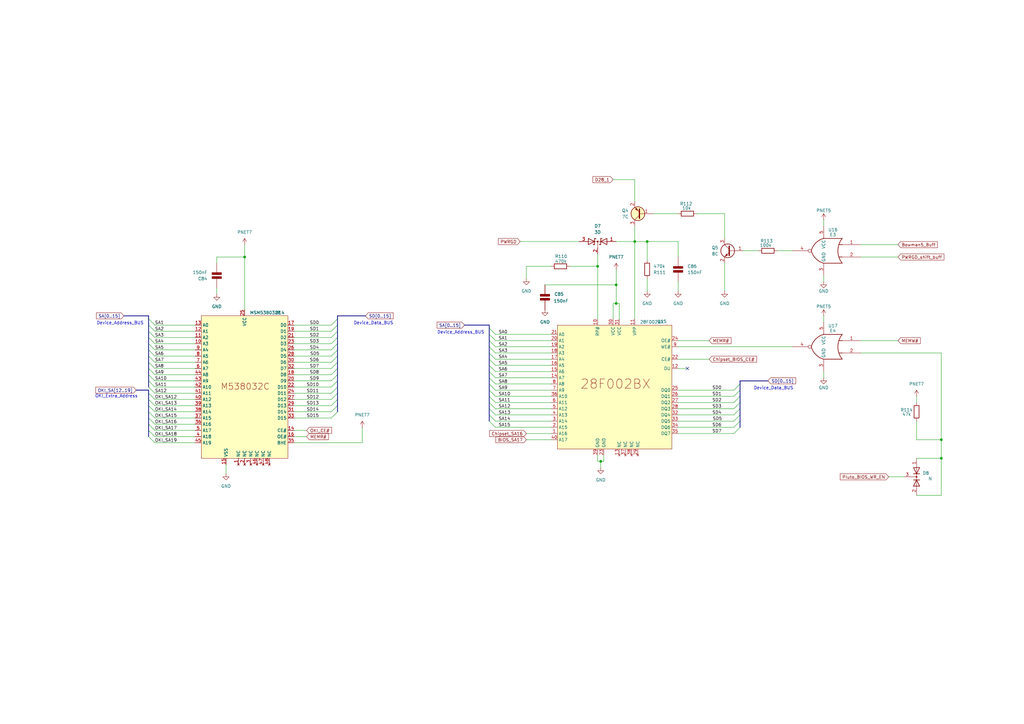
<source format=kicad_sch>
(kicad_sch (version 20250114) (generator "eeschema") (generator_version "9.0")
  (paper "A3")
  (title_block (company "Recreated by: Ahmad Byagowi"))
  (lib_symbols
    (symbol "74xGxx:74AUP1G02"
      (property "Reference" "U" (at -2.54 3.81 0))
      (property "Value" "74AUP1G02" (at 0 -3.81 0))
      (symbol "74AUP1G02_0_1"
        (arc (start -7.62 5.08) (mid -5.838 0) (end -7.62 -5.08) (stroke (width 0.254)))
        (polyline (pts (xy -7.62 2.54) (xy -6.35 2.54)) (stroke (width 0.254)) (fill (type background)))
        (polyline (pts (xy -7.62 -2.54) (xy -6.35 -2.54)) (stroke (width 0.254)) (fill (type background)))
        (arc (start 5.08 0) (mid 3.202 -3.202) (end 0 -5.08) (stroke (width 0.254)))
        (arc (start 0 5.08) (mid 3.2271 3.2271) (end 5.08 0) (stroke (width 0.254)))
        (polyline (pts (xy 0 5.08) (xy -7.62 5.08)) (stroke (width 0.254)) (fill (type background)))
        (polyline (pts (xy 0 -5.08) (xy -7.62 -5.08)) (stroke (width 0.254)) (fill (type background)))
      )
      (symbol "74AUP1G02_1_1"
        (pin input line (at -15.24 2.54 0) (length 7.62) (name "~") (number "1"))
        (pin input line (at -15.24 -2.54 0) (length 7.62) (name "~") (number "2"))
        (pin power_in line (at 0 10.16 270) (length 5.08) (name "VCC") (number "5"))
        (pin power_in line (at 0 -10.16 90) (length 5.08) (name "GND") (number "3"))
        (pin output inverted (at 12.7 0 180) (length 7.62) (name "~") (number "4"))
      )
    )
    (symbol "Device:D_Schottky_Dual_CommonCathode_AKA" (pin_names (offset 0.762) (hide yes))
      (property "Reference" "D" (at 1.27 -2.54 0))
      (property "Value" "D_Schottky_Dual_CommonCathode_AKA" (at 0 2.54 0))
      (symbol "D_Schottky_Dual_CommonCathode_AKA_0_1"
        (polyline (pts (xy -3.81 1.27) (xy -1.27 0) (xy -3.81 -1.27) (xy -3.81 1.27) (xy -3.81 1.27) (xy -3.81 1.27)) (stroke (width 0.254)))
        (polyline (pts (xy -1.778 1.016) (xy -1.778 1.27) (xy -1.27 1.27) (xy -1.27 1.27) (xy -1.27 1.27)) (stroke (width 0.254)))
        (polyline (pts (xy -1.27 -1.27) (xy -1.27 1.27) (xy -1.27 1.27)) (stroke (width 0.254)))
        (polyline (pts (xy -1.27 -1.27) (xy -0.762 -1.27) (xy -0.762 -1.016) (xy -0.762 -1.016)) (stroke (width 0.254)))
        (polyline (pts (xy 0 0) (xy 0 -2.54)))
        (circle (center 0 0) (radius 0.254) (fill (type outline)))
        (polyline (pts (xy 1.27 1.27) (xy 0.762 1.27) (xy 0.762 1.016) (xy 0.762 1.016)) (stroke (width 0.254)))
        (polyline (pts (xy 1.27 -1.27) (xy 1.27 1.27) (xy 1.27 1.27)) (stroke (width 0.254)))
        (polyline (pts (xy 1.27 -1.27) (xy 1.778 -1.27) (xy 1.778 -1.016) (xy 1.778 -1.016)) (stroke (width 0.254)))
        (polyline (pts (xy 3.81 0) (xy -3.81 0)))
        (polyline (pts (xy 3.81 -1.27) (xy 1.27 0) (xy 3.81 1.27) (xy 3.81 -1.27) (xy 3.81 -1.27) (xy 3.81 -1.27)) (stroke (width 0.254)))
        (pin passive line (at -7.62 0 0) (length 3.81) (name "A") (number "1"))
        (pin passive line (at 0 -5.08 90) (length 2.54) (name "K") (number "2"))
        (pin passive line (at 7.62 0 180) (length 3.81) (name "A") (number "3"))
      )
    )
    (symbol "Device:R" (pin_numbers (hide yes)) (pin_names (offset 0))
      (property "Reference" "R" (at 2.032 0 90))
      (property "Value" "R" (at 0 0 90))
      (symbol "R_0_1"
        (rectangle (start -1.016 -2.54) (end 1.016 2.54) (stroke (width 0.254)))
      )
      (symbol "R_1_1"
        (pin passive line (at 0 3.81 270) (length 1.27) (name "~") (number "1"))
        (pin passive line (at 0 -3.81 90) (length 1.27) (name "~") (number "2"))
      )
    )
    (symbol "PC110:28F002BX"
      (property "Reference" "U" (at -23.114 -27.686 0))
      (symbol "28F002BX_1_1"
        (rectangle (start -24.13 24.13) (end 22.86 -26.67) (fill (type color) (color 255 255 194 1)))
        (text "28F002BX" (at -0.254 0 0) (effects (font (size 3.81 3.81))))
        (pin input line (at -26.67 20.32 0) (length 2.54) (name "A0") (number "21"))
        (pin input line (at -26.67 17.78 0) (length 2.54) (name "A1") (number "20"))
        (pin input line (at -26.67 15.24 0) (length 2.54) (name "A2") (number "19"))
        (pin input line (at -26.67 12.7 0) (length 2.54) (name "A3") (number "18"))
        (pin input line (at -26.67 10.16 0) (length 2.54) (name "A4") (number "17"))
        (pin input line (at -26.67 7.62 0) (length 2.54) (name "A5") (number "16"))
        (pin input line (at -26.67 5.08 0) (length 2.54) (name "A6") (number "15"))
        (pin input line (at -26.67 2.54 0) (length 2.54) (name "A7") (number "14"))
        (pin input line (at -26.67 0 0) (length 2.54) (name "A8") (number "8"))
        (pin input line (at -26.67 -2.54 0) (length 2.54) (name "A9") (number "7"))
        (pin input line (at -26.67 -5.08 0) (length 2.54) (name "A10") (number "36"))
        (pin input line (at -26.67 -7.62 0) (length 2.54) (name "A11") (number "6"))
        (pin input line (at -26.67 -10.16 0) (length 2.54) (name "A12") (number "5"))
        (pin input line (at -26.67 -12.7 0) (length 2.54) (name "A13") (number "4"))
        (pin input line (at -26.67 -15.24 0) (length 2.54) (name "A14") (number "3"))
        (pin input line (at -26.67 -17.78 0) (length 2.54) (name "A15") (number "2"))
        (pin input line (at -26.67 -20.32 0) (length 2.54) (name "A16") (number "1"))
        (pin input line (at -26.67 -22.86 0) (length 2.54) (name "A17") (number "40"))
        (pin input line (at -7.62 26.67 270) (length 2.54) (name "RP#") (number "10"))
        (pin power_in line (at -7.62 -29.21 90) (length 2.54) (name "GND") (number "39"))
        (pin power_in line (at -5.08 -29.21 90) (length 2.54) (name "GND") (number "23"))
        (pin power_in line (at -1.27 26.67 270) (length 2.54) (name "VCC") (number "30"))
        (pin power_in line (at 1.27 26.67 270) (length 2.54) (name "VCC") (number "31"))
        (pin no_connect line (at 1.27 -29.21 90) (length 2.54) (name "NC") (number "13"))
        (pin no_connect line (at 3.81 -29.21 90) (length 2.54) (name "NC") (number "37"))
        (pin no_connect line (at 6.35 -29.21 90) (length 2.54) (name "NC") (number "38"))
        (pin power_in line (at 7.62 26.67 270) (length 2.54) (name "VPP") (number "11"))
        (pin no_connect line (at 8.89 -29.21 90) (length 2.54) (name "NC") (number "29"))
        (pin input line (at 25.4 17.78 180) (length 2.54) (name "OE#") (number "24"))
        (pin input line (at 25.4 15.24 180) (length 2.54) (name "WE#") (number "9"))
        (pin input line (at 25.4 10.16 180) (length 2.54) (name "CE#") (number "22"))
        (pin input line (at 25.4 6.35 180) (length 2.54) (name "DU") (number "12"))
        (pin bidirectional line (at 25.4 -2.54 180) (length 2.54) (name "DQ0") (number "25"))
        (pin bidirectional line (at 25.4 -5.08 180) (length 2.54) (name "DQ1") (number "26"))
        (pin bidirectional line (at 25.4 -7.62 180) (length 2.54) (name "DQ2") (number "27"))
        (pin bidirectional line (at 25.4 -10.16 180) (length 2.54) (name "DQ3") (number "28"))
        (pin bidirectional line (at 25.4 -12.7 180) (length 2.54) (name "DQ4") (number "32"))
        (pin bidirectional line (at 25.4 -15.24 180) (length 2.54) (name "DQ5") (number "33"))
        (pin bidirectional line (at 25.4 -17.78 180) (length 2.54) (name "DQ6") (number "34"))
        (pin bidirectional line (at 25.4 -20.32 180) (length 2.54) (name "DQ7") (number "35"))
      )
    )
    (symbol "PC110:3D_Diode"
      (property "Reference" "D" (at 1.016 3.302 0))
      (symbol "3D_Diode_0_1"
        (polyline (pts (xy -3.81 1.27) (xy -1.27 0) (xy -3.81 -1.27) (xy -3.81 1.27) (xy -3.81 1.27) (xy -3.81 1.27)) (stroke (width 0.254)))
        (polyline (pts (xy -1.27 -1.27) (xy -1.27 1.27) (xy -1.27 1.27)) (stroke (width 0.254)))
        (polyline (pts (xy 0 0) (xy 0 -2.54)))
        (circle (center 0 0) (radius 0.254) (fill (type outline)))
        (polyline (pts (xy 1.27 -1.27) (xy 1.27 1.27) (xy 1.27 1.27)) (stroke (width 0.254)))
        (polyline (pts (xy 3.81 0) (xy -3.81 0)))
        (polyline (pts (xy 3.81 -1.27) (xy 1.27 0) (xy 3.81 1.27) (xy 3.81 -1.27) (xy 3.81 -1.27) (xy 3.81 -1.27)) (stroke (width 0.254)))
      )
      (symbol "3D_Diode_1_1"
        (pin passive line (at -7.62 0 0) (length 3.81) (name "") (number "1"))
        (pin passive line (at 0 -5.08 90) (length 2.54) (name "") (number "3"))
        (pin passive line (at 7.62 0 180) (length 3.81) (name "") (number "2"))
      )
    )
    (symbol "PC110:M538032C"
      (property "Reference" "U" (at 8.636 30.48 0))
      (symbol "M538032C_1_1"
        (rectangle (start -17.78 29.21) (end 17.78 -29.21) (fill (type color) (color 255 255 194 1)))
        (text "M538032C\n" (at 0.254 0.254 0) (effects (font (size 2.54 2.54))))
        (pin input line (at -20.32 25.4 0) (length 2.54) (name "A0") (number "13"))
        (pin input line (at -20.32 22.86 0) (length 2.54) (name "A1") (number "12"))
        (pin input line (at -20.32 20.32 0) (length 2.54) (name "A2") (number "11"))
        (pin input line (at -20.32 17.78 0) (length 2.54) (name "A3") (number "10"))
        (pin input line (at -20.32 15.24 0) (length 2.54) (name "A4") (number "9"))
        (pin input line (at -20.32 12.7 0) (length 2.54) (name "A5") (number "8"))
        (pin input line (at -20.32 10.16 0) (length 2.54) (name "A6") (number "7"))
        (pin input line (at -20.32 7.62 0) (length 2.54) (name "A7") (number "6"))
        (pin input line (at -20.32 5.08 0) (length 2.54) (name "A8") (number "44"))
        (pin input line (at -20.32 2.54 0) (length 2.54) (name "A9") (number "43"))
        (pin input line (at -20.32 0 0) (length 2.54) (name "A10") (number "42"))
        (pin input line (at -20.32 -2.54 0) (length 2.54) (name "A11") (number "41"))
        (pin input line (at -20.32 -5.08 0) (length 2.54) (name "A12") (number "40"))
        (pin input line (at -20.32 -7.62 0) (length 2.54) (name "A13") (number "39"))
        (pin input line (at -20.32 -10.16 0) (length 2.54) (name "A14") (number "38"))
        (pin input line (at -20.32 -12.7 0) (length 2.54) (name "A15") (number "37"))
        (pin input line (at -20.32 -15.24 0) (length 2.54) (name "A16") (number "36"))
        (pin input line (at -20.32 -17.78 0) (length 2.54) (name "A17") (number "5"))
        (pin input line (at -20.32 -20.32 0) (length 2.54) (name "A18") (number "4"))
        (pin input line (at -20.32 -22.86 0) (length 2.54) (name "A19") (number "45"))
        (pin power_in line (at -7.62 -31.75 90) (length 2.54) (name "VSS") (number "15"))
        (pin no_connect line (at -2.54 -31.75 90) (length 2.54) (name "NC") (number "1"))
        (pin power_in line (at 0 31.75 270) (length 2.54) (name "VCC") (number "25"))
        (pin no_connect line (at 0 -31.75 90) (length 2.54) (name "NC") (number "2"))
        (pin no_connect line (at 2.54 -31.75 90) (length 2.54) (name "NC") (number "3"))
        (pin no_connect line (at 5.08 -31.75 90) (length 2.54) (name "NC") (number "46"))
        (pin no_connect line (at 7.62 -31.75 90) (length 2.54) (name "NC") (number "47"))
        (pin no_connect line (at 10.16 -31.75 90) (length 2.54) (name "NC") (number "48"))
        (pin bidirectional line (at 20.32 25.4 180) (length 2.54) (name "D0") (number "17"))
        (pin bidirectional line (at 20.32 22.86 180) (length 2.54) (name "D1") (number "19"))
        (pin bidirectional line (at 20.32 20.32 180) (length 2.54) (name "D2") (number "21"))
        (pin bidirectional line (at 20.32 17.78 180) (length 2.54) (name "D3") (number "23"))
        (pin bidirectional line (at 20.32 15.24 180) (length 2.54) (name "D4") (number "26"))
        (pin bidirectional line (at 20.32 12.7 180) (length 2.54) (name "D5") (number "28"))
        (pin bidirectional line (at 20.32 10.16 180) (length 2.54) (name "D6") (number "30"))
        (pin bidirectional line (at 20.32 7.62 180) (length 2.54) (name "D7") (number "32"))
        (pin bidirectional line (at 20.32 5.08 180) (length 2.54) (name "D8") (number "18"))
        (pin bidirectional line (at 20.32 2.54 180) (length 2.54) (name "D9") (number "20"))
        (pin bidirectional line (at 20.32 0 180) (length 2.54) (name "D10") (number "22"))
        (pin bidirectional line (at 20.32 -2.54 180) (length 2.54) (name "D11") (number "24"))
        (pin bidirectional line (at 20.32 -5.08 180) (length 2.54) (name "D12") (number "27"))
        (pin bidirectional line (at 20.32 -7.62 180) (length 2.54) (name "D13") (number "29"))
        (pin bidirectional line (at 20.32 -10.16 180) (length 2.54) (name "D14") (number "31"))
        (pin bidirectional line (at 20.32 -12.7 180) (length 2.54) (name "D15") (number "33"))
        (pin input line (at 20.32 -17.78 180) (length 2.54) (name "CE#") (number "14"))
        (pin input line (at 20.32 -20.32 180) (length 2.54) (name "OE#") (number "16"))
        (pin input line (at 20.32 -22.86 180) (length 2.54) (name "BHE") (number "35"))
      )
    )
    (symbol "PCM_Elektuur:C" (pin_numbers (hide yes)) (pin_names (offset 0) (hide yes))
      (property "Reference" "C" (at 0.635 3.175 0))
      (property "Value" "C" (at 0.635 -3.175 0))
      (symbol "C_1_1"
        (rectangle (start -1.905 1.1938) (end 1.905 0.4318) (stroke (width 0.254)) (fill (type outline)))
        (rectangle (start -1.905 -0.4318) (end 1.905 -1.1938) (stroke (width 0.254)) (fill (type outline)))
        (pin passive line (at 0 5.08 270) (length 3.8862) (name "+") (number "1"))
        (pin passive line (at 0 -5.08 90) (length 3.8862) (name "-") (number "2"))
      )
      (symbol "C_1_2"
        (polyline (pts (xy -1.905 0.4318) (xy 1.905 0.4318) (xy 1.905 1.4986) (xy -1.905 1.4986) (xy -1.905 0.4318) (xy -1.8034 0.5334) (xy -1.8034 1.397) (xy 1.8034 1.397) (xy 1.8034 0.5334) (xy -1.8034 0.5334) (xy -1.905 0.4318)) (stroke (width 0.254)) (fill (type outline)))
        (polyline (pts (xy -1.905 -1.4986) (xy 1.905 -1.4986) (xy 1.905 -0.4318) (xy -1.905 -0.4318) (xy -1.905 -1.4986) (xy -1.8034 -1.397) (xy -1.8034 -0.5334) (xy 1.8034 -0.5334) (xy 1.8034 -1.397) (xy -1.8034 -1.397) (xy -1.905 -1.4986)) (stroke (width 0.254)) (fill (type outline)))
        (pin passive line (at 0 5.08 270) (length 3.5814) (name "+") (number "1"))
        (pin passive line (at 0 -5.08 90) (length 3.5814) (name "-") (number "2"))
      )
    )
    (symbol "PCM_Transistor_BJT_AKL:Q_PNP_Generic_BEC" (pin_names (hide yes))
      (property "Reference" "Q" (at 5.08 1.27 0))
      (property "Value" "Q_PNP_Generic_BEC" (at 5.08 -1.27 0))
      (symbol "Q_PNP_Generic_BEC_0_1"
        (polyline (pts (xy 0.635 0.635) (xy 2.54 2.54) (xy 2.54 2.54)))
        (polyline (pts (xy 0.635 -0.635) (xy 2.54 -2.54)))
        (polyline (pts (xy 0.635 -1.905) (xy 0.635 1.905) (xy 0.635 1.905)) (stroke (width 0.508)))
        (circle (center 1.27 0) (radius 2.8194) (stroke (width 0.254)) (fill (type background)))
        (polyline (pts (xy 2.286 1.778) (xy 1.778 2.286) (xy 1.27 1.27) (xy 2.286 1.778) (xy 2.286 1.778)) (fill (type outline)))
      )
      (symbol "Q_PNP_Generic_BEC_1_1"
        (pin input line (at -5.08 0 0) (length 5.715) (name "B") (number "1"))
        (pin passive line (at 2.54 5.08 270) (length 2.54) (name "E") (number "2"))
        (pin passive line (at 2.54 -5.08 90) (length 2.54) (name "C") (number "3"))
      )
    )
    (symbol "Transistor_BJT:MMBTA44" (pin_names (offset 0) (hide yes))
      (property "Reference" "Q" (at 5.08 1.905 0))
      (property "Value" "MMBTA44" (at 5.08 0 0))
      (symbol "MMBTA44_0_1"
        (polyline (pts (xy -2.54 0) (xy 0.635 0)))
        (polyline (pts (xy 0.635 1.905) (xy 0.635 -1.905)) (stroke (width 0.508)))
        (circle (center 1.27 0) (radius 2.8194) (stroke (width 0.254)))
      )
      (symbol "MMBTA44_1_1"
        (polyline (pts (xy 0.635 0.635) (xy 2.54 2.54)))
        (polyline (pts (xy 0.635 -0.635) (xy 2.54 -2.54)))
        (polyline (pts (xy 1.27 -1.778) (xy 1.778 -1.27) (xy 2.286 -2.286) (xy 1.27 -1.778)) (fill (type outline)))
        (pin input line (at -5.08 0 0) (length 2.54) (name "B") (number "1"))
        (pin passive line (at 2.54 5.08 270) (length 2.54) (name "C") (number "3"))
        (pin passive line (at 2.54 -5.08 90) (length 2.54) (name "E") (number "2"))
      )
    )
    (symbol "power:GND" (power) (pin_numbers (hide yes)) (pin_names (offset 0) (hide yes))
      (property "Value" "GND" (at 0 -3.81 0))
      (symbol "GND_0_1"
        (polyline (pts (xy 0 0) (xy 0 -1.27) (xy 1.27 -1.27) (xy 0 -2.54) (xy -1.27 -1.27) (xy 0 -1.27)))
      )
      (symbol "GND_1_1"
        (pin power_in line (at 0 0 270) (length 0) (name "~") (number "1"))
      )
    )
    (symbol "power:VCC" (power) (pin_numbers (hide yes)) (pin_names (offset 0) (hide yes))
      (property "Value" "VCC" (at 0 3.556 0))
      (symbol "VCC_0_1"
        (polyline (pts (xy -0.762 1.27) (xy 0 2.54)))
        (polyline (pts (xy 0 2.54) (xy 0.762 1.27)))
        (polyline (pts (xy 0 0) (xy 0 2.54)))
      )
      (symbol "VCC_1_1"
        (pin power_in line (at 0 0 90) (length 0) (name "~") (number "1"))
      )
    )
  )
  (text "Device_Data_BUS" (at 153.162 132.588 0) (effects (font (size 1.27 1.27))))
  (text "Device_Address_BUS" (at 188.976 136.398 0) (effects (font (size 1.27 1.27))))
  (text "Device_Data_BUS" (at 317.246 159.258 0) (effects (font (size 1.27 1.27))))
  (text "Device_Address_BUS" (at 49.276 132.588 0) (effects (font (size 1.27 1.27))))
  (text "OKI_Extra_Address" (at 47.752 162.56 0) (effects (font (size 1.27 1.27))))
  (junction (at 246.38 189.23))
  (junction (at 260.35 99.06))
  (junction (at 265.43 99.06))
  (junction (at 252.73 124.46))
  (junction (at 100.33 105.41))
  (junction (at 252.73 116.84))
  (junction (at 386.08 180.34))
  (junction (at 245.11 109.22))
  (junction (at 386.08 187.96))
  (no_connect (at 281.94 151.13))
  (bus_entry (at 60.96 166.37) (size 2.54 2.54))
  (bus_entry (at 60.96 168.91) (size 2.54 2.54))
  (bus_entry (at 303.53 165.1) (size -2.54 2.54))
  (bus_entry (at 138.43 135.89) (size -2.54 2.54))
  (bus_entry (at 60.96 158.75) (size 2.54 2.54))
  (bus_entry (at 138.43 153.67) (size -2.54 2.54))
  (bus_entry (at 60.96 135.89) (size 2.54 2.54))
  (bus_entry (at 138.43 151.13) (size -2.54 2.54))
  (bus_entry (at 200.66 137.16) (size 2.54 2.54))
  (bus_entry (at 138.43 168.91) (size -2.54 2.54))
  (bus_entry (at 200.66 162.56) (size 2.54 2.54))
  (bus_entry (at 60.96 156.21) (size 2.54 2.54))
  (bus_entry (at 138.43 140.97) (size -2.54 2.54))
  (bus_entry (at 200.66 157.48) (size 2.54 2.54))
  (bus_entry (at 60.96 148.59) (size 2.54 2.54))
  (bus_entry (at 60.96 146.05) (size 2.54 2.54))
  (bus_entry (at 200.66 152.4) (size 2.54 2.54))
  (bus_entry (at 303.53 172.72) (size -2.54 2.54))
  (bus_entry (at 60.96 151.13) (size 2.54 2.54))
  (bus_entry (at 200.66 142.24) (size 2.54 2.54))
  (bus_entry (at 60.96 143.51) (size 2.54 2.54))
  (bus_entry (at 303.53 170.18) (size -2.54 2.54))
  (bus_entry (at 303.53 167.64) (size -2.54 2.54))
  (bus_entry (at 200.66 154.94) (size 2.54 2.54))
  (bus_entry (at 138.43 163.83) (size -2.54 2.54))
  (bus_entry (at 138.43 146.05) (size -2.54 2.54))
  (bus_entry (at 60.96 140.97) (size 2.54 2.54))
  (bus_entry (at 60.96 176.53) (size 2.54 2.54))
  (bus_entry (at 303.53 175.26) (size -2.54 2.54))
  (bus_entry (at 200.66 165.1) (size 2.54 2.54))
  (bus_entry (at 138.43 156.21) (size -2.54 2.54))
  (bus_entry (at 200.66 149.86) (size 2.54 2.54))
  (bus_entry (at 60.96 133.35) (size 2.54 2.54))
  (bus_entry (at 138.43 148.59) (size -2.54 2.54))
  (bus_entry (at 138.43 133.35) (size -2.54 2.54))
  (bus_entry (at 138.43 143.51) (size -2.54 2.54))
  (bus_entry (at 303.53 160.02) (size -2.54 2.54))
  (bus_entry (at 60.96 138.43) (size 2.54 2.54))
  (bus_entry (at 200.66 160.02) (size 2.54 2.54))
  (bus_entry (at 138.43 130.81) (size -2.54 2.54))
  (bus_entry (at 60.96 179.07) (size 2.54 2.54))
  (bus_entry (at 138.43 138.43) (size -2.54 2.54))
  (bus_entry (at 303.53 162.56) (size -2.54 2.54))
  (bus_entry (at 200.66 170.18) (size 2.54 2.54))
  (bus_entry (at 60.96 171.45) (size 2.54 2.54))
  (bus_entry (at 200.66 167.64) (size 2.54 2.54))
  (bus_entry (at 200.66 147.32) (size 2.54 2.54))
  (bus_entry (at 200.66 172.72) (size 2.54 2.54))
  (bus_entry (at 138.43 158.75) (size -2.54 2.54))
  (bus_entry (at 138.43 166.37) (size -2.54 2.54))
  (bus_entry (at 138.43 161.29) (size -2.54 2.54))
  (bus_entry (at 200.66 139.7) (size 2.54 2.54))
  (bus_entry (at 60.96 130.81) (size 2.54 2.54))
  (bus_entry (at 200.66 134.62) (size 2.54 2.54))
  (bus_entry (at 60.96 173.99) (size 2.54 2.54))
  (bus_entry (at 60.96 161.29) (size 2.54 2.54))
  (bus_entry (at 60.96 153.67) (size 2.54 2.54))
  (bus_entry (at 303.53 157.48) (size -2.54 2.54))
  (bus_entry (at 200.66 144.78) (size 2.54 2.54))
  (bus_entry (at 60.96 163.83) (size 2.54 2.54))
  (wire (pts (xy 215.9 177.8) (xy 226.06 177.8)))
  (wire (pts (xy 203.2 165.1) (xy 226.06 165.1)))
  (bus (pts (xy 60.96 133.35) (xy 60.96 130.81)))
  (wire (pts (xy 247.65 186.69) (xy 247.65 189.23)))
  (wire (pts (xy 63.5 163.83) (xy 80.01 163.83)))
  (bus (pts (xy 200.66 157.48) (xy 200.66 154.94)))
  (wire (pts (xy 215.9 114.3) (xy 215.9 109.22)))
  (wire (pts (xy 120.65 138.43) (xy 135.89 138.43)))
  (wire (pts (xy 120.65 181.61) (xy 148.59 181.61)))
  (bus (pts (xy 200.66 162.56) (xy 200.66 160.02)))
  (bus (pts (xy 138.43 161.29) (xy 138.43 163.83)))
  (wire (pts (xy 233.68 109.22) (xy 245.11 109.22)))
  (wire (pts (xy 203.2 154.94) (xy 226.06 154.94)))
  (wire (pts (xy 260.35 99.06) (xy 260.35 130.81)))
  (bus (pts (xy 60.96 153.67) (xy 60.96 151.13)))
  (wire (pts (xy 120.65 156.21) (xy 135.89 156.21)))
  (wire (pts (xy 386.08 144.78) (xy 386.08 180.34)))
  (bus (pts (xy 60.96 143.51) (xy 60.96 140.97)))
  (wire (pts (xy 285.75 87.63) (xy 297.18 87.63)))
  (bus (pts (xy 314.96 156.21) (xy 303.53 156.21)))
  (wire (pts (xy 213.36 99.06) (xy 237.49 99.06)))
  (bus (pts (xy 60.96 161.29) (xy 60.96 160.02)))
  (wire (pts (xy 63.5 179.07) (xy 80.01 179.07)))
  (bus (pts (xy 138.43 135.89) (xy 138.43 138.43)))
  (bus (pts (xy 138.43 151.13) (xy 138.43 153.67)))
  (bus (pts (xy 60.96 179.07) (xy 60.96 176.53)))
  (bus (pts (xy 60.96 163.83) (xy 60.96 161.29)))
  (bus (pts (xy 138.43 148.59) (xy 138.43 151.13)))
  (wire (pts (xy 278.13 105.41) (xy 278.13 99.06)))
  (wire (pts (xy 370.84 195.58) (xy 364.49 195.58)))
  (bus (pts (xy 60.96 156.21) (xy 60.96 153.67)))
  (wire (pts (xy 63.5 138.43) (xy 80.01 138.43)))
  (wire (pts (xy 215.9 109.22) (xy 226.06 109.22)))
  (wire (pts (xy 63.5 146.05) (xy 80.01 146.05)))
  (bus (pts (xy 200.66 139.7) (xy 200.66 137.16)))
  (wire (pts (xy 120.65 143.51) (xy 135.89 143.51)))
  (wire (pts (xy 120.65 146.05) (xy 135.89 146.05)))
  (bus (pts (xy 60.96 135.89) (xy 60.96 133.35)))
  (wire (pts (xy 375.92 172.72) (xy 375.92 180.34)))
  (bus (pts (xy 138.43 133.35) (xy 138.43 135.89)))
  (wire (pts (xy 203.2 152.4) (xy 226.06 152.4)))
  (wire (pts (xy 63.5 153.67) (xy 80.01 153.67)))
  (wire (pts (xy 203.2 139.7) (xy 226.06 139.7)))
  (wire (pts (xy 265.43 99.06) (xy 278.13 99.06)))
  (bus (pts (xy 50.8 129.54) (xy 60.96 129.54)))
  (wire (pts (xy 203.2 170.18) (xy 226.06 170.18)))
  (wire (pts (xy 353.06 139.7) (xy 368.3 139.7)))
  (wire (pts (xy 63.5 133.35) (xy 80.01 133.35)))
  (bus (pts (xy 303.53 170.18) (xy 303.53 172.72)))
  (bus (pts (xy 60.96 138.43) (xy 60.96 135.89)))
  (wire (pts (xy 203.2 175.26) (xy 226.06 175.26)))
  (bus (pts (xy 60.96 130.81) (xy 60.96 129.54)))
  (bus (pts (xy 303.53 167.64) (xy 303.53 170.18)))
  (wire (pts (xy 252.73 110.49) (xy 252.73 116.84)))
  (wire (pts (xy 88.9 118.11) (xy 88.9 120.65)))
  (wire (pts (xy 120.65 168.91) (xy 135.89 168.91)))
  (bus (pts (xy 60.96 146.05) (xy 60.96 143.51)))
  (wire (pts (xy 203.2 147.32) (xy 226.06 147.32)))
  (wire (pts (xy 247.65 189.23) (xy 246.38 189.23)))
  (wire (pts (xy 120.65 133.35) (xy 135.89 133.35)))
  (bus (pts (xy 60.96 173.99) (xy 60.96 171.45)))
  (bus (pts (xy 138.43 140.97) (xy 138.43 143.51)))
  (wire (pts (xy 63.5 151.13) (xy 80.01 151.13)))
  (wire (pts (xy 245.11 104.14) (xy 245.11 109.22)))
  (wire (pts (xy 375.92 203.2) (xy 386.08 203.2)))
  (wire (pts (xy 278.13 151.13) (xy 281.94 151.13)))
  (wire (pts (xy 252.73 124.46) (xy 251.46 124.46)))
  (wire (pts (xy 215.9 180.34) (xy 226.06 180.34)))
  (wire (pts (xy 63.5 148.59) (xy 80.01 148.59)))
  (bus (pts (xy 303.53 160.02) (xy 303.53 162.56)))
  (wire (pts (xy 300.99 175.26) (xy 278.13 175.26)))
  (bus (pts (xy 138.43 130.81) (xy 138.43 133.35)))
  (bus (pts (xy 200.66 160.02) (xy 200.66 157.48)))
  (wire (pts (xy 203.2 172.72) (xy 226.06 172.72)))
  (wire (pts (xy 120.65 153.67) (xy 135.89 153.67)))
  (wire (pts (xy 318.77 102.87) (xy 325.12 102.87)))
  (wire (pts (xy 278.13 115.57) (xy 278.13 119.38)))
  (bus (pts (xy 303.53 165.1) (xy 303.53 167.64)))
  (wire (pts (xy 278.13 142.24) (xy 325.12 142.24)))
  (wire (pts (xy 300.99 170.18) (xy 278.13 170.18)))
  (wire (pts (xy 265.43 114.3) (xy 265.43 119.38)))
  (wire (pts (xy 297.18 87.63) (xy 297.18 97.79)))
  (wire (pts (xy 353.06 144.78) (xy 386.08 144.78)))
  (wire (pts (xy 120.65 161.29) (xy 135.89 161.29)))
  (bus (pts (xy 200.66 170.18) (xy 200.66 167.64)))
  (wire (pts (xy 120.65 163.83) (xy 135.89 163.83)))
  (bus (pts (xy 138.43 138.43) (xy 138.43 140.97)))
  (wire (pts (xy 63.5 161.29) (xy 80.01 161.29)))
  (wire (pts (xy 300.99 172.72) (xy 278.13 172.72)))
  (bus (pts (xy 138.43 153.67) (xy 138.43 156.21)))
  (bus (pts (xy 138.43 158.75) (xy 138.43 161.29)))
  (bus (pts (xy 200.66 144.78) (xy 200.66 142.24)))
  (wire (pts (xy 203.2 167.64) (xy 226.06 167.64)))
  (wire (pts (xy 120.65 158.75) (xy 135.89 158.75)))
  (wire (pts (xy 300.99 177.8) (xy 278.13 177.8)))
  (wire (pts (xy 203.2 144.78) (xy 226.06 144.78)))
  (wire (pts (xy 203.2 149.86) (xy 226.06 149.86)))
  (wire (pts (xy 246.38 189.23) (xy 245.11 189.23)))
  (wire (pts (xy 251.46 73.66) (xy 260.35 73.66)))
  (bus (pts (xy 303.53 156.21) (xy 303.53 157.48)))
  (wire (pts (xy 260.35 82.55) (xy 260.35 73.66)))
  (bus (pts (xy 200.66 165.1) (xy 200.66 162.56)))
  (wire (pts (xy 63.5 166.37) (xy 80.01 166.37)))
  (bus (pts (xy 303.53 157.48) (xy 303.53 160.02)))
  (wire (pts (xy 300.99 160.02) (xy 278.13 160.02)))
  (wire (pts (xy 203.2 157.48) (xy 226.06 157.48)))
  (wire (pts (xy 100.33 105.41) (xy 100.33 127)))
  (wire (pts (xy 120.65 148.59) (xy 135.89 148.59)))
  (bus (pts (xy 200.66 172.72) (xy 200.66 170.18)))
  (wire (pts (xy 386.08 180.34) (xy 386.08 187.96)))
  (wire (pts (xy 120.65 140.97) (xy 135.89 140.97)))
  (wire (pts (xy 386.08 203.2) (xy 386.08 187.96)))
  (bus (pts (xy 60.96 166.37) (xy 60.96 163.83)))
  (wire (pts (xy 386.08 187.96) (xy 375.92 187.96)))
  (bus (pts (xy 60.96 176.53) (xy 60.96 173.99)))
  (bus (pts (xy 138.43 156.21) (xy 138.43 158.75)))
  (wire (pts (xy 120.65 151.13) (xy 135.89 151.13)))
  (bus (pts (xy 60.96 140.97) (xy 60.96 138.43)))
  (wire (pts (xy 223.52 116.84) (xy 252.73 116.84)))
  (wire (pts (xy 63.5 143.51) (xy 80.01 143.51)))
  (wire (pts (xy 254 124.46) (xy 252.73 124.46)))
  (bus (pts (xy 60.96 158.75) (xy 60.96 156.21)))
  (bus (pts (xy 60.96 151.13) (xy 60.96 148.59)))
  (bus (pts (xy 138.43 129.54) (xy 149.86 129.54)))
  (wire (pts (xy 304.8 102.87) (xy 311.15 102.87)))
  (bus (pts (xy 303.53 162.56) (xy 303.53 165.1)))
  (wire (pts (xy 353.06 100.33) (xy 368.3 100.33)))
  (wire (pts (xy 88.9 105.41) (xy 100.33 105.41)))
  (wire (pts (xy 92.71 190.5) (xy 92.71 194.31)))
  (wire (pts (xy 63.5 181.61) (xy 80.01 181.61)))
  (wire (pts (xy 148.59 175.26) (xy 148.59 181.61)))
  (wire (pts (xy 120.65 179.07) (xy 125.73 179.07)))
  (bus (pts (xy 138.43 129.54) (xy 138.43 130.81)))
  (wire (pts (xy 203.2 162.56) (xy 226.06 162.56)))
  (bus (pts (xy 303.53 172.72) (xy 303.53 175.26)))
  (wire (pts (xy 267.97 87.63) (xy 278.13 87.63)))
  (wire (pts (xy 63.5 156.21) (xy 80.01 156.21)))
  (wire (pts (xy 63.5 173.99) (xy 80.01 173.99)))
  (wire (pts (xy 246.38 189.23) (xy 246.38 191.77)))
  (wire (pts (xy 203.2 137.16) (xy 226.06 137.16)))
  (wire (pts (xy 120.65 171.45) (xy 135.89 171.45)))
  (bus (pts (xy 60.96 171.45) (xy 60.96 168.91)))
  (wire (pts (xy 252.73 116.84) (xy 252.73 124.46)))
  (bus (pts (xy 200.66 142.24) (xy 200.66 139.7)))
  (wire (pts (xy 375.92 162.56) (xy 375.92 165.1)))
  (bus (pts (xy 200.66 147.32) (xy 200.66 144.78)))
  (wire (pts (xy 88.9 107.95) (xy 88.9 105.41)))
  (wire (pts (xy 337.82 129.54) (xy 337.82 132.08)))
  (wire (pts (xy 120.65 166.37) (xy 135.89 166.37)))
  (wire (pts (xy 203.2 160.02) (xy 226.06 160.02)))
  (bus (pts (xy 200.66 152.4) (xy 200.66 149.86)))
  (wire (pts (xy 300.99 162.56) (xy 278.13 162.56)))
  (wire (pts (xy 63.5 140.97) (xy 80.01 140.97)))
  (wire (pts (xy 120.65 135.89) (xy 135.89 135.89)))
  (bus (pts (xy 60.96 148.59) (xy 60.96 146.05)))
  (bus (pts (xy 60.96 168.91) (xy 60.96 166.37)))
  (bus (pts (xy 138.43 143.51) (xy 138.43 146.05)))
  (wire (pts (xy 278.13 139.7) (xy 290.83 139.7)))
  (bus (pts (xy 200.66 167.64) (xy 200.66 165.1)))
  (bus (pts (xy 200.66 154.94) (xy 200.66 152.4)))
  (wire (pts (xy 265.43 106.68) (xy 265.43 99.06)))
  (wire (pts (xy 300.99 167.64) (xy 278.13 167.64)))
  (wire (pts (xy 353.06 105.41) (xy 368.3 105.41)))
  (wire (pts (xy 63.5 176.53) (xy 80.01 176.53)))
  (wire (pts (xy 63.5 158.75) (xy 80.01 158.75)))
  (wire (pts (xy 375.92 180.34) (xy 386.08 180.34)))
  (wire (pts (xy 300.99 165.1) (xy 278.13 165.1)))
  (wire (pts (xy 254 130.81) (xy 254 124.46)))
  (wire (pts (xy 297.18 107.95) (xy 297.18 119.38)))
  (wire (pts (xy 337.82 113.03) (xy 337.82 115.57)))
  (bus (pts (xy 190.5 133.35) (xy 200.66 133.35)))
  (wire (pts (xy 337.82 90.17) (xy 337.82 92.71)))
  (bus (pts (xy 138.43 166.37) (xy 138.43 168.91)))
  (wire (pts (xy 203.2 142.24) (xy 226.06 142.24)))
  (bus (pts (xy 138.43 163.83) (xy 138.43 166.37)))
  (wire (pts (xy 63.5 171.45) (xy 80.01 171.45)))
  (wire (pts (xy 63.5 135.89) (xy 80.01 135.89)))
  (wire (pts (xy 120.65 176.53) (xy 125.73 176.53)))
  (bus (pts (xy 200.66 137.16) (xy 200.66 134.62)))
  (wire (pts (xy 252.73 99.06) (xy 260.35 99.06)))
  (bus (pts (xy 138.43 146.05) (xy 138.43 148.59)))
  (wire (pts (xy 245.11 109.22) (xy 245.11 130.81)))
  (wire (pts (xy 100.33 100.33) (xy 100.33 105.41)))
  (bus (pts (xy 200.66 134.62) (xy 200.66 133.35)))
  (wire (pts (xy 265.43 99.06) (xy 260.35 99.06)))
  (wire (pts (xy 278.13 147.32) (xy 290.83 147.32)))
  (wire (pts (xy 337.82 152.4) (xy 337.82 154.94)))
  (bus (pts (xy 200.66 149.86) (xy 200.66 147.32)))
  (wire (pts (xy 260.35 92.71) (xy 260.35 99.06)))
  (wire (pts (xy 245.11 189.23) (xy 245.11 186.69)))
  (wire (pts (xy 251.46 124.46) (xy 251.46 130.81)))
  (bus (pts (xy 55.88 160.02) (xy 60.96 160.02)))
  (wire (pts (xy 63.5 168.91) (xy 80.01 168.91)))
  (label "SA14" (at 204.47 172.72 0))
  (label "SD2" (at 292.1 165.1 0))
  (label "SD4" (at 127 143.51 0))
  (label "OKI_SA14" (at 63.5 168.91 0))
  (label "SD3" (at 292.1 167.64 0))
  (label "SD7" (at 292.1 177.8 0))
  (label "SA8" (at 63.5 151.13 0))
  (label "SA10" (at 63.5 156.21 0))
  (label "SD3" (at 127 140.97 0))
  (label "SA6" (at 63.5 146.05 0))
  (label "SA9" (at 63.5 153.67 0))
  (label "SA2" (at 204.47 142.24 0))
  (label "SD13" (at 125.73 166.37 0))
  (label "OKI_SA16" (at 63.5 173.99 0))
  (label "SD9" (at 127 156.21 0))
  (label "SD8" (at 127 153.67 0))
  (label "SA3" (at 204.47 144.78 0))
  (label "SD6" (at 292.1 175.26 0))
  (label "SA9" (at 204.47 160.02 0))
  (label "SA12" (at 204.47 167.64 0))
  (label "SD10" (at 125.73 158.75 0))
  (label "SD14" (at 125.73 168.91 0))
  (label "SA11" (at 204.47 165.1 0))
  (label "OKI_SA13" (at 63.5 166.37 0))
  (label "OKI_SA12" (at 63.5 163.83 0))
  (label "SA11" (at 63.5 158.75 0))
  (label "SD7" (at 127 151.13 0))
  (label "OKI_SA17" (at 63.5 176.53 0))
  (label "SD6" (at 127 148.59 0))
  (label "SA7" (at 63.5 148.59 0))
  (label "OKI_SA18" (at 63.5 179.07 0))
  (label "SA1" (at 63.5 133.35 0))
  (label "SD5" (at 127.1649 146.05 0))
  (label "SA6" (at 204.47 152.4 0))
  (label "SD0" (at 127 133.35 0))
  (label "SA15" (at 204.47 175.26 0))
  (label "SA10" (at 204.47 162.56 0))
  (label "SD2" (at 127 138.43 0))
  (label "SD11" (at 125.73 161.29 0))
  (label "SA3" (at 63.5 138.43 0))
  (label "SA7" (at 204.47 154.94 0))
  (label "SA5" (at 63.5 143.51 0))
  (label "SD1" (at 127 135.89 0))
  (label "SD1" (at 292.1 162.56 0))
  (label "SD12" (at 125.73 163.83 0))
  (label "SA13" (at 204.47 170.18 0))
  (label "SA5" (at 204.47 149.86 0))
  (label "SA12" (at 63.5 161.29 0))
  (label "SA1" (at 204.47 139.7 0))
  (label "SD0" (at 292.1 160.02 0))
  (label "SA8" (at 204.47 157.48 0))
  (label "SA4" (at 63.5 140.97 0))
  (label "SA0" (at 204.47 137.16 0))
  (label "SA4" (at 204.47 147.32 0))
  (label "OKI_SA15" (at 63.5 171.45 0))
  (label "SA2" (at 63.5 135.89 0))
  (label "SD5" (at 292.2649 172.72 0))
  (label "SD15" (at 125.73 171.45 0))
  (label "SD4" (at 292.1 170.18 0))
  (label "OKI_SA19" (at 63.5 181.61 0))
  (global_label "Pluto_BIOS_WR_EN" (shape input) (at 364.49 195.58 180) (property "Intersheetrefs" "${INTERSHEET_REFS}" (effects (hide yes))))
  (global_label "SA[0..15]" (shape input) (at 50.8 129.54 180) (property "Intersheetrefs" "${INTERSHEET_REFS}" (effects (hide yes))))
  (global_label "D28_1" (shape input) (at 251.46 73.66 180) (property "Intersheetrefs" "${INTERSHEET_REFS}" (effects (hide yes))))
  (global_label "SD[0..15]" (shape input) (at 314.96 156.21 0) (property "Intersheetrefs" "${INTERSHEET_REFS}" (effects (hide yes))))
  (global_label "SA[0..15]" (shape input) (at 190.5 133.35 180) (property "Intersheetrefs" "${INTERSHEET_REFS}" (effects (hide yes))))
  (global_label "Chipset_SA16" (shape input) (at 215.9 177.8 180) (property "Intersheetrefs" "${INTERSHEET_REFS}" (effects (hide yes))))
  (global_label "Bowman5_Buff" (shape input) (at 368.3 100.33 0) (property "Intersheetrefs" "${INTERSHEET_REFS}" (effects (hide yes))))
  (global_label "MEMR#" (shape input) (at 290.83 139.7 0) (property "Intersheetrefs" "${INTERSHEET_REFS}" (effects (hide yes))))
  (global_label "MEMW#" (shape input) (at 368.3 139.7 0) (property "Intersheetrefs" "${INTERSHEET_REFS}" (effects (hide yes))))
  (global_label "OKI_CE#" (shape input) (at 125.73 176.53 0) (property "Intersheetrefs" "${INTERSHEET_REFS}" (effects (hide yes))))
  (global_label "OKI_SA[12..19]" (shape input) (at 55.88 160.02 180) (property "Intersheetrefs" "${INTERSHEET_REFS}" (effects (hide yes))))
  (global_label "BIOS_SA17" (shape input) (at 215.9 180.34 180) (property "Intersheetrefs" "${INTERSHEET_REFS}" (effects (hide yes))))
  (global_label "Chipset_BIOS_CE#" (shape input) (at 290.83 147.32 0) (property "Intersheetrefs" "${INTERSHEET_REFS}" (effects (hide yes))))
  (global_label "PWRGD_shift_buff" (shape input) (at 368.3 105.41 0) (property "Intersheetrefs" "${INTERSHEET_REFS}" (effects (hide yes))))
  (global_label "SD[0..15]" (shape input) (at 149.86 129.54 0) (property "Intersheetrefs" "${INTERSHEET_REFS}" (effects (hide yes))))
  (global_label "PWRGD" (shape input) (at 213.36 99.06 180) (property "Intersheetrefs" "${INTERSHEET_REFS}" (effects (hide yes))))
  (global_label "MEMR#" (shape input) (at 125.73 179.07 0) (property "Intersheetrefs" "${INTERSHEET_REFS}" (effects (hide yes))))
  (symbol (lib_id "Device:R") (at 314.96 102.87 270) (unit 1)
    (property "Reference" "R113" (at 316.992 98.806 90) (effects (justify right)))
    (property "Value" "100k" (at 316.484 100.584 90) (effects (justify right)))
    (property "Footprint" "PCM_Resistor_SMD_AKL:R_0402_1005Metric" (effects (hide yes)))
  )
  (symbol (lib_id "PC110:28F002BX") (at 252.73 157.48 0) (unit 1)
    (property "Reference" "U15" (at 269.494 131.826 0) (effects (justify left)))
    (property "Value" "28F002BX" (at 262.4933 132.08 0) (effects (justify left)))
    (property "Footprint" "PC110:Flash-40" (effects (hide yes)))
  )
  (symbol (lib_id "power:VCC") (at 148.59 175.26 0) (unit 1)
    (property "Reference" "#PWR0173" (effects (hide yes)))
    (property "Value" "PNET7" (at 148.59 170.18 0))
    (property "Description" "Power symbol creates a global label with name \"VCC\"" (effects (hide yes)))
  )
  (symbol (lib_id "Device:D_Schottky_Dual_CommonCathode_AKA") (at 245.11 99.06 0) (mirror y) (unit 1)
    (property "Reference" "D7" (at 245.11 92.71 0))
    (property "Value" "3D" (at 245.11 95.25 0))
    (property "Footprint" "PC110:SOT-416L" (effects (hide yes)))
  )
  (symbol (lib_id "power:GND") (at 223.52 127 0) (mirror y) (unit 1)
    (property "Reference" "#PWR0175" (effects (hide yes)))
    (property "Value" "GND" (at 223.52 132.08 0))
    (property "Description" "Power symbol creates a global label with name \"GND\" , ground" (effects (hide yes)))
  )
  (symbol (lib_id "74xGxx:74AUP1G02") (at 337.82 102.87 0) (mirror y) (unit 1)
    (property "Reference" "U16" (at 341.63 94.234 0))
    (property "Value" "E3" (at 341.63 96.266 0))
    (property "Footprint" "PC110:SOT-353" (effects (hide yes)))
  )
  (symbol (lib_id "power:GND") (at 246.38 191.77 0) (mirror y) (unit 1)
    (property "Reference" "#PWR0176" (effects (hide yes)))
    (property "Value" "GND" (at 246.38 196.85 0))
    (property "Description" "Power symbol creates a global label with name \"GND\" , ground" (effects (hide yes)))
  )
  (symbol (lib_id "PCM_Transistor_BJT_AKL:Q_PNP_Generic_BEC") (at 262.89 87.63 0) (mirror y) (unit 1)
    (property "Reference" "Q4" (at 257.81 86.3599 0) (effects (justify left)))
    (property "Value" "7C" (at 257.81 88.8999 0) (effects (justify left)))
    (property "Footprint" "Package_TO_SOT_SMD:TSOT-23" (effects (hide yes)))
  )
  (symbol (lib_id "PCM_Elektuur:C") (at 88.9 113.03 0) (unit 1)
    (property "Reference" "C84" (at 85.09 114.3001 0) (effects (justify right)))
    (property "Value" "150nF" (at 85.09 111.7601 0) (effects (justify right)))
    (property "Footprint" "Capacitor_SMD:C_0402_1005Metric" (effects (hide yes)))
  )
  (symbol (lib_id "Device:R") (at 229.87 109.22 90) (mirror x) (unit 1)
    (property "Reference" "R110" (at 227.584 105.156 90) (effects (justify right)))
    (property "Value" "470k" (at 227.584 107.188 90) (effects (justify right)))
    (property "Footprint" "PCM_Resistor_SMD_AKL:R_0402_1005Metric" (effects (hide yes)))
  )
  (symbol (lib_id "Device:R") (at 281.94 87.63 270) (unit 1)
    (property "Reference" "R112" (at 283.972 83.566 90) (effects (justify right)))
    (property "Value" "10k" (at 283.464 85.344 90) (effects (justify right)))
    (property "Footprint" "PCM_Resistor_SMD_AKL:R_0402_1005Metric" (effects (hide yes)))
  )
  (symbol (lib_id "power:VCC") (at 337.82 129.54 0) (unit 1)
    (property "Reference" "#PWR0183" (effects (hide yes)))
    (property "Value" "PNET5" (at 337.82 125.73 0))
    (property "Description" "Power symbol creates a global label with name \"VCC\"" (effects (hide yes)))
  )
  (symbol (lib_id "power:GND") (at 92.71 194.31 0) (unit 1)
    (property "Reference" "#PWR0171" (effects (hide yes)))
    (property "Value" "GND" (at 92.71 199.39 0))
    (property "Description" "Power symbol creates a global label with name \"GND\" , ground" (effects (hide yes)))
  )
  (symbol (lib_id "PC110:M538032C") (at 100.33 158.75 0) (unit 1)
    (property "Reference" "U14" (at 112.776 128.27 0) (effects (justify left)))
    (property "Value" "MSM538032E" (at 102.4733 128.27 0) (effects (justify left)))
    (property "Footprint" "PC110:SOP48" (effects (hide yes)))
  )
  (symbol (lib_id "power:GND") (at 88.9 120.65 0) (unit 1)
    (property "Reference" "#PWR0170" (effects (hide yes)))
    (property "Value" "GND" (at 88.9 125.73 0))
    (property "Description" "Power symbol creates a global label with name \"GND\" , ground" (effects (hide yes)))
  )
  (symbol (lib_id "power:GND") (at 278.13 119.38 0) (mirror y) (unit 1)
    (property "Reference" "#PWR0179" (effects (hide yes)))
    (property "Value" "GND" (at 278.13 124.46 0))
    (property "Description" "Power symbol creates a global label with name \"GND\" , ground" (effects (hide yes)))
  )
  (symbol (lib_id "power:VCC") (at 375.92 162.56 0) (unit 1)
    (property "Reference" "#PWR0185" (effects (hide yes)))
    (property "Value" "PNET7" (at 375.92 157.48 0))
    (property "Description" "Power symbol creates a global label with name \"VCC\"" (effects (hide yes)))
  )
  (symbol (lib_id "power:GND") (at 297.18 119.38 0) (mirror y) (unit 1)
    (property "Reference" "#PWR0180" (effects (hide yes)))
    (property "Value" "GND" (at 297.18 124.46 0))
    (property "Description" "Power symbol creates a global label with name \"GND\" , ground" (effects (hide yes)))
  )
  (symbol (lib_id "power:VCC") (at 100.33 100.33 0) (unit 1)
    (property "Reference" "#PWR0172" (effects (hide yes)))
    (property "Value" "PNET7" (at 100.33 95.25 0))
    (property "Description" "Power symbol creates a global label with name \"VCC\"" (effects (hide yes)))
  )
  (symbol (lib_id "PCM_Elektuur:C") (at 278.13 110.49 0) (unit 1)
    (property "Reference" "C86" (at 281.94 109.2199 0) (effects (justify left)))
    (property "Value" "150nF" (at 281.94 111.7599 0) (effects (justify left)))
    (property "Footprint" "Capacitor_SMD:C_0603_1608Metric" (effects (hide yes)))
  )
  (symbol (lib_id "Transistor_BJT:MMBTA44") (at 299.72 102.87 0) (mirror y) (unit 1)
    (property "Reference" "Q5" (at 294.64 101.5999 0) (effects (justify left)))
    (property "Value" "8C" (at 294.64 104.1399 0) (effects (justify left)))
    (property "Footprint" "Package_TO_SOT_SMD:SOT-523" (effects (hide yes)))
  )
  (symbol (lib_id "PCM_Elektuur:C") (at 223.52 121.92 0) (mirror x) (unit 1)
    (property "Reference" "C85" (at 227.33 120.65 0) (effects (justify left)))
    (property "Value" "150nF" (at 227.076 123.444 0) (effects (justify left)))
    (property "Footprint" "Capacitor_SMD:C_0402_1005Metric" (effects (hide yes)))
  )
  (symbol (lib_id "power:GND") (at 337.82 154.94 0) (mirror y) (unit 1)
    (property "Reference" "#PWR0184" (effects (hide yes)))
    (property "Value" "GND" (at 337.82 159.004 0))
    (property "Description" "Power symbol creates a global label with name \"GND\" , ground" (effects (hide yes)))
  )
  (symbol (lib_id "power:GND") (at 337.82 115.57 0) (mirror y) (unit 1)
    (property "Reference" "#PWR0182" (effects (hide yes)))
    (property "Value" "GND" (at 337.82 119.38 0))
    (property "Description" "Power symbol creates a global label with name \"GND\" , ground" (effects (hide yes)))
  )
  (symbol (lib_id "power:VCC") (at 337.82 90.17 0) (unit 1)
    (property "Reference" "#PWR0181" (effects (hide yes)))
    (property "Value" "PNET5" (at 337.82 86.36 0))
    (property "Description" "Power symbol creates a global label with name \"VCC\"" (effects (hide yes)))
  )
  (symbol (lib_id "PC110:3D_Diode") (at 375.92 195.58 270) (unit 1)
    (property "Reference" "D8" (at 379.73 194.056 90))
    (property "Value" "N" (at 381.508 196.342 90))
    (property "Footprint" "PC110:SOT-416L" (effects (hide yes)))
  )
  (symbol (lib_id "power:GND") (at 265.43 119.38 0) (mirror y) (unit 1)
    (property "Reference" "#PWR0178" (effects (hide yes)))
    (property "Value" "GND" (at 265.43 124.46 0))
    (property "Description" "Power symbol creates a global label with name \"GND\" , ground" (effects (hide yes)))
  )
  (symbol (lib_id "Device:R") (at 265.43 110.49 0) (mirror y) (unit 1)
    (property "Reference" "R111" (at 267.97 111.7601 0) (effects (justify right)))
    (property "Value" "470k" (at 267.97 109.2201 0) (effects (justify right)))
    (property "Footprint" "PCM_Resistor_SMD_AKL:R_0402_1005Metric" (effects (hide yes)))
  )
  (symbol (lib_id "Device:R") (at 375.92 168.91 0) (unit 1)
    (property "Reference" "R114" (at 371.856 168.148 0))
    (property "Value" "47k" (at 371.856 169.926 0))
    (property "Footprint" "PCM_Resistor_SMD_AKL:R_0402_1005Metric" (effects (hide yes)))
  )
  (symbol (lib_id "power:VCC") (at 252.73 110.49 0) (unit 1)
    (property "Reference" "#PWR0177" (effects (hide yes)))
    (property "Value" "PNET7" (at 252.73 105.41 0))
    (property "Description" "Power symbol creates a global label with name \"VCC\"" (effects (hide yes)))
  )
  (symbol (lib_id "74xGxx:74AUP1G02") (at 337.82 142.24 0) (mirror y) (unit 1)
    (property "Reference" "U17" (at 341.63 133.604 0))
    (property "Value" "E4" (at 341.63 135.636 0))
    (property "Footprint" "PC110:SOT-353" (effects (hide yes)))
  )
  (symbol (lib_id "power:GND") (at 215.9 114.3 0) (mirror y) (unit 1)
    (property "Reference" "#PWR0174" (effects (hide yes)))
    (property "Value" "GND" (at 215.9 119.38 0))
    (property "Description" "Power symbol creates a global label with name \"GND\" , ground" (effects (hide yes)))
  )
)
</source>
